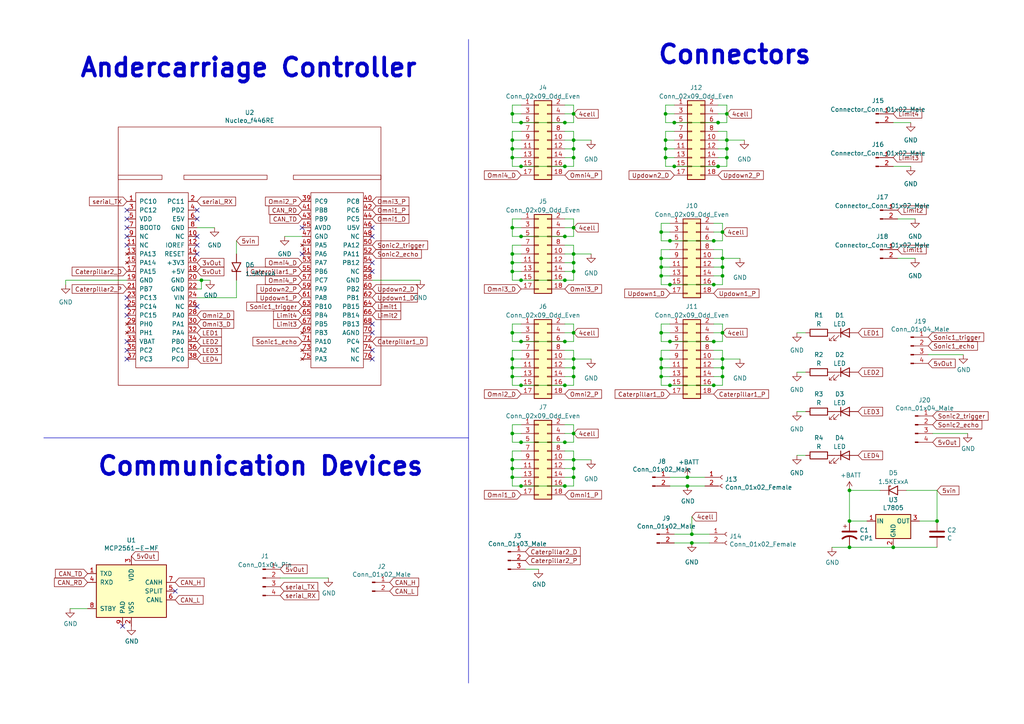
<source format=kicad_sch>
(kicad_sch (version 20230121) (generator eeschema)
  (paper "A4")
  (lib_symbols
    (symbol "2022NHK_Con_lead-rescue:CP1-Device" (pin_numbers hide) (pin_names (offset 0.254) hide)
      (property "Reference" "C" (at 0.635 2.54 0))
      (property "Value" "Device_CP1" (at 0.635 -2.54 0))
      (symbol "CP1-Device_1_1"
        (pin passive line (at 0 3.81 270) (length 2.794) (name "~") (number "1"))
        (pin passive line (at 0 -3.81 90) (length 3.302) (name "~") (number "2"))
      )
    )
    (symbol "2022NHK_Con_lead-rescue:Conn_01x02_Female-Connector" (pin_names (offset 1.016) hide)
      (property "Reference" "J" (at 0 2.54 0))
      (property "Value" "Connector_Conn_01x02_Female" (at 0 -5.08 0))
      (symbol "Conn_01x02_Female-Connector_1_1"
        (pin passive line (at -5.08 0 0) (length 3.81) (name "Pin_1") (number "1"))
        (pin passive line (at -5.08 -2.54 0) (length 3.81) (name "Pin_2") (number "2"))
      )
    )
    (symbol "2022NHK_Con_lead-rescue:Conn_01x02_Male-Connector" (pin_names (offset 1.016) hide)
      (property "Reference" "J" (at 0 2.54 0))
      (property "Value" "Connector_Conn_01x02_Male" (at 0 -5.08 0))
      (symbol "Conn_01x02_Male-Connector_1_1"
        (pin passive line (at 5.08 0 180) (length 3.81) (name "Pin_1") (number "1"))
        (pin passive line (at 5.08 -2.54 180) (length 3.81) (name "Pin_2") (number "2"))
      )
    )
    (symbol "Connector:Conn_01x04_Pin" (pin_names (offset 1.016) hide)
      (property "Reference" "J" (at 0 5.08 0))
      (property "Value" "Conn_01x04_Pin" (at 0 -7.62 0))
      (symbol "Conn_01x04_Pin_1_1"
        (pin passive line (at 5.08 2.54 180) (length 3.81) (name "Pin_1") (number "1"))
        (pin passive line (at 5.08 0 180) (length 3.81) (name "Pin_2") (number "2"))
        (pin passive line (at 5.08 -2.54 180) (length 3.81) (name "Pin_3") (number "3"))
        (pin passive line (at 5.08 -5.08 180) (length 3.81) (name "Pin_4") (number "4"))
      )
    )
    (symbol "Connector_Generic:Conn_02x09_Odd_Even" (pin_names (offset 1.016) hide)
      (property "Reference" "J" (at 1.27 12.7 0))
      (property "Value" "Conn_02x09_Odd_Even" (at 1.27 -12.7 0))
      (symbol "Conn_02x09_Odd_Even_1_1"
        (pin passive line (at -5.08 10.16 0) (length 3.81) (name "Pin_1") (number "1"))
        (pin passive line (at 7.62 0 180) (length 3.81) (name "Pin_10") (number "10"))
        (pin passive line (at -5.08 -2.54 0) (length 3.81) (name "Pin_11") (number "11"))
        (pin passive line (at 7.62 -2.54 180) (length 3.81) (name "Pin_12") (number "12"))
        (pin passive line (at -5.08 -5.08 0) (length 3.81) (name "Pin_13") (number "13"))
        (pin passive line (at 7.62 -5.08 180) (length 3.81) (name "Pin_14") (number "14"))
        (pin passive line (at -5.08 -7.62 0) (length 3.81) (name "Pin_15") (number "15"))
        (pin passive line (at 7.62 -7.62 180) (length 3.81) (name "Pin_16") (number "16"))
        (pin passive line (at -5.08 -10.16 0) (length 3.81) (name "Pin_17") (number "17"))
        (pin passive line (at 7.62 -10.16 180) (length 3.81) (name "Pin_18") (number "18"))
        (pin passive line (at 7.62 10.16 180) (length 3.81) (name "Pin_2") (number "2"))
        (pin passive line (at -5.08 7.62 0) (length 3.81) (name "Pin_3") (number "3"))
        (pin passive line (at 7.62 7.62 180) (length 3.81) (name "Pin_4") (number "4"))
        (pin passive line (at -5.08 5.08 0) (length 3.81) (name "Pin_5") (number "5"))
        (pin passive line (at 7.62 5.08 180) (length 3.81) (name "Pin_6") (number "6"))
        (pin passive line (at -5.08 2.54 0) (length 3.81) (name "Pin_7") (number "7"))
        (pin passive line (at 7.62 2.54 180) (length 3.81) (name "Pin_8") (number "8"))
        (pin passive line (at -5.08 0 0) (length 3.81) (name "Pin_9") (number "9"))
      )
    )
    (symbol "Device:C" (pin_numbers hide) (pin_names (offset 0.254))
      (property "Reference" "C" (at 0.635 2.54 0))
      (property "Value" "C" (at 0.635 -2.54 0))
      (symbol "C_1_1"
        (pin passive line (at 0 3.81 270) (length 2.794) (name "~") (number "1"))
        (pin passive line (at 0 -3.81 90) (length 2.794) (name "~") (number "2"))
      )
    )
    (symbol "Device:LED" (pin_numbers hide) (pin_names (offset 1.016) hide)
      (property "Reference" "D" (at 0 2.54 0))
      (property "Value" "LED" (at 0 -2.54 0))
      (symbol "LED_1_1"
        (pin passive line (at -3.81 0 0) (length 2.54) (name "K") (number "1"))
        (pin passive line (at 3.81 0 180) (length 2.54) (name "A") (number "2"))
      )
    )
    (symbol "Device:R" (pin_numbers hide) (pin_names (offset 0))
      (property "Reference" "R" (at 2.032 0 90))
      (property "Value" "R" (at 0 0 90))
      (symbol "R_1_1"
        (pin passive line (at 0 3.81 270) (length 1.27) (name "~") (number "1"))
        (pin passive line (at 0 -3.81 90) (length 1.27) (name "~") (number "2"))
      )
    )
    (symbol "Diode:1.5KExxA" (pin_numbers hide) (pin_names (offset 1.016) hide)
      (property "Reference" "D" (at 0 2.54 0))
      (property "Value" "1.5KExxA" (at 0 -2.54 0))
      (symbol "1.5KExxA_1_1"
        (pin passive line (at -3.81 0 0) (length 2.54) (name "A1") (number "1"))
        (pin passive line (at 3.81 0 180) (length 2.54) (name "A2") (number "2"))
      )
    )
    (symbol "Interface_CAN_LIN:MCP2561-E-MF" (pin_names (offset 1.016))
      (property "Reference" "U" (at -10.16 8.89 0))
      (property "Value" "MCP2561-E-MF" (at 2.54 8.89 0))
      (symbol "MCP2561-E-MF_1_1"
        (pin input line (at -12.7 5.08 0) (length 2.54) (name "TXD") (number "1"))
        (pin power_in line (at 0 -10.16 90) (length 2.54) (name "VSS") (number "2"))
        (pin power_in line (at 0 10.16 270) (length 2.54) (name "VDD") (number "3"))
        (pin output line (at -12.7 2.54 0) (length 2.54) (name "RXD") (number "4"))
        (pin passive line (at 12.7 0 180) (length 2.54) (name "SPLIT") (number "5"))
        (pin bidirectional line (at 12.7 -2.54 180) (length 2.54) (name "CANL") (number "6"))
        (pin bidirectional line (at 12.7 2.54 180) (length 2.54) (name "CANH") (number "7"))
        (pin input line (at -12.7 -5.08 0) (length 2.54) (name "STBY") (number "8"))
        (pin power_in line (at -2.54 -10.16 90) (length 2.54) (name "PAD") (number "9"))
      )
    )
    (symbol "Regulator_Linear:L7805" (pin_names (offset 0.254))
      (property "Reference" "U" (at -3.81 3.175 0))
      (property "Value" "L7805" (at 0 3.175 0))
      (symbol "L7805_1_1"
        (pin power_in line (at -7.62 0 0) (length 2.54) (name "IN") (number "1"))
        (pin power_in line (at 0 -7.62 90) (length 2.54) (name "GND") (number "2"))
        (pin power_out line (at 7.62 0 180) (length 2.54) (name "OUT") (number "3"))
      )
    )
    (symbol "power:+BATT" (power) (pin_names (offset 0))
      (property "Value" "+BATT" (at 0 3.556 0))
      (symbol "+BATT_1_1"
        (pin power_in line (at 0 0 90) (length 0) hide (name "+BATT") (number "1"))
      )
    )
    (symbol "power:GND" (power) (pin_names (offset 0))
      (property "Value" "GND" (at 0 -3.81 0))
      (symbol "GND_1_1"
        (pin power_in line (at 0 0 270) (length 0) hide (name "GND") (number "1"))
      )
    )
    (symbol "undercarriage_system-rescue:Conn_01x02_Male-Connector" (pin_names (offset 1.016) hide)
      (property "Reference" "J" (at 0 2.54 0))
      (property "Value" "Connector_Conn_01x02_Male" (at 0 -5.08 0))
      (symbol "Conn_01x02_Male-Connector_1_1"
        (pin passive line (at 5.08 0 180) (length 3.81) (name "Pin_1") (number "1"))
        (pin passive line (at 5.08 -2.54 180) (length 3.81) (name "Pin_2") (number "2"))
      )
    )
    (symbol "undercarriage_system-rescue:Conn_01x03_Male-Connector" (pin_names (offset 1.016) hide)
      (property "Reference" "J" (at 0 5.08 0))
      (property "Value" "Connector_Conn_01x03_Male" (at 0 -5.08 0))
      (symbol "Conn_01x03_Male-Connector_1_1"
        (pin passive line (at 5.08 2.54 180) (length 3.81) (name "Pin_1") (number "1"))
        (pin passive line (at 5.08 0 180) (length 3.81) (name "Pin_2") (number "2"))
        (pin passive line (at 5.08 -2.54 180) (length 3.81) (name "Pin_3") (number "3"))
      )
    )
    (symbol "undercarriage_system-rescue:Conn_01x04_Male-Connector" (pin_names (offset 1.016) hide)
      (property "Reference" "J" (at 0 5.08 0))
      (property "Value" "Connector_Conn_01x04_Male" (at 0 -7.62 0))
      (symbol "Conn_01x04_Male-Connector_1_1"
        (pin passive line (at 5.08 2.54 180) (length 3.81) (name "Pin_1") (number "1"))
        (pin passive line (at 5.08 0 180) (length 3.81) (name "Pin_2") (number "2"))
        (pin passive line (at 5.08 -2.54 180) (length 3.81) (name "Pin_3") (number "3"))
        (pin passive line (at 5.08 -5.08 180) (length 3.81) (name "Pin_4") (number "4"))
      )
    )
    (symbol "undercarriage_system-rescue:Nucleo_f446RE-nucleo_f446re" (pin_names (offset 1.016))
      (property "Reference" "U" (at 0 0 0))
      (property "Value" "nucleo_f446re_Nucleo_f446RE" (at 0 0 0))
      (symbol "Nucleo_f446RE-nucleo_f446re_1_1"
        (pin bidirectional line (at -35.56 -22.86 0) (length 2.54) (name "PC10") (number "1"))
        (pin input line (at -15.24 -33.02 180) (length 2.54) (name "NC") (number "10"))
        (pin input line (at -35.56 -35.56 0) (length 2.54) (name "NC") (number "11"))
        (pin input line (at -15.24 -35.56 180) (length 2.54) (name "IOREF") (number "12"))
        (pin no_connect line (at -35.56 -38.1 0) (length 2.54) (name "PA13") (number "13"))
        (pin input line (at -15.24 -38.1 180) (length 2.54) (name "RESET") (number "14"))
        (pin no_connect line (at -35.56 -40.64 0) (length 2.54) (name "PA14") (number "15"))
        (pin input line (at -15.24 -40.64 180) (length 2.54) (name "+3V3") (number "16"))
        (pin input line (at -35.56 -43.18 0) (length 2.54) (name "PA15") (number "17"))
        (pin input line (at -15.24 -43.18 180) (length 2.54) (name "+5V") (number "18"))
        (pin input line (at -35.56 -45.72 0) (length 2.54) (name "GND") (number "19"))
        (pin bidirectional line (at -15.24 -22.86 180) (length 2.54) (name "PC11") (number "2"))
        (pin input line (at -15.24 -45.72 180) (length 2.54) (name "GND") (number "20"))
        (pin input line (at -35.56 -48.26 0) (length 2.54) (name "PB7") (number "21"))
        (pin input line (at -15.24 -48.26 180) (length 2.54) (name "GND") (number "22"))
        (pin input line (at -35.56 -50.8 0) (length 2.54) (name "PC13") (number "23"))
        (pin input line (at -15.24 -50.8 180) (length 2.54) (name "VIN") (number "24"))
        (pin input line (at -35.56 -53.34 0) (length 2.54) (name "PC14") (number "25"))
        (pin input line (at -15.24 -53.34 180) (length 2.54) (name "NC") (number "26"))
        (pin input line (at -35.56 -55.88 0) (length 2.54) (name "PC15") (number "27"))
        (pin input line (at -15.24 -55.88 180) (length 2.54) (name "PA0") (number "28"))
        (pin no_connect line (at -35.56 -58.42 0) (length 2.54) (name "PH0") (number "29"))
        (pin input line (at -35.56 -25.4 0) (length 2.54) (name "PC12") (number "3"))
        (pin input line (at -15.24 -58.42 180) (length 2.54) (name "PA1") (number "30"))
        (pin no_connect line (at -35.56 -60.96 0) (length 2.54) (name "PH1") (number "31"))
        (pin input line (at -15.24 -60.96 180) (length 2.54) (name "PA4") (number "32"))
        (pin input line (at -35.56 -63.5 0) (length 2.54) (name "VBAT") (number "33"))
        (pin input line (at -15.24 -63.5 180) (length 2.54) (name "PB0") (number "34"))
        (pin input line (at -35.56 -66.04 0) (length 2.54) (name "PC2") (number "35"))
        (pin input line (at -15.24 -66.04 180) (length 2.54) (name "PC1") (number "36"))
        (pin input line (at -35.56 -68.58 0) (length 2.54) (name "PC3") (number "37"))
        (pin input line (at -15.24 -68.58 180) (length 2.54) (name "PC0") (number "38"))
        (pin input line (at 15.24 -22.86 0) (length 2.54) (name "PC9") (number "39"))
        (pin input line (at -15.24 -25.4 180) (length 2.54) (name "PD2") (number "4"))
        (pin input line (at 35.56 -22.86 180) (length 2.54) (name "PC8") (number "40"))
        (pin input line (at 15.24 -25.4 0) (length 2.54) (name "PB8") (number "41"))
        (pin input line (at 35.56 -25.4 180) (length 2.54) (name "PC6") (number "42"))
        (pin input line (at 15.24 -27.94 0) (length 2.54) (name "PB9") (number "43"))
        (pin input line (at 35.56 -27.94 180) (length 2.54) (name "PC5") (number "44"))
        (pin input line (at 15.24 -30.48 0) (length 2.54) (name "AVDD") (number "45"))
        (pin input line (at 35.56 -30.48 180) (length 2.54) (name "U5V") (number "46"))
        (pin input line (at 15.24 -33.02 0) (length 2.54) (name "GND") (number "47"))
        (pin input line (at 35.56 -33.02 180) (length 2.54) (name "NC") (number "48"))
        (pin no_connect line (at 15.24 -35.56 0) (length 2.54) (name "PA5") (number "49"))
        (pin input line (at -35.56 -27.94 0) (length 2.54) (name "VDD") (number "5"))
        (pin input line (at 35.56 -35.56 180) (length 2.54) (name "PA12") (number "50"))
        (pin input line (at 15.24 -38.1 0) (length 2.54) (name "PA6") (number "51"))
        (pin input line (at 35.56 -38.1 180) (length 2.54) (name "PA11") (number "52"))
        (pin input line (at 15.24 -40.64 0) (length 2.54) (name "PA7") (number "53"))
        (pin input line (at 35.56 -40.64 180) (length 2.54) (name "PB12") (number "54"))
        (pin input line (at 15.24 -43.18 0) (length 2.54) (name "PB6") (number "55"))
        (pin input line (at 35.56 -43.18 180) (length 2.54) (name "NC") (number "56"))
        (pin input line (at 15.24 -45.72 0) (length 2.54) (name "PC7") (number "57"))
        (pin input line (at 35.56 -45.72 180) (length 2.54) (name "GND") (number "58"))
        (pin input line (at 15.24 -48.26 0) (length 2.54) (name "PA9") (number "59"))
        (pin input line (at -15.24 -27.94 180) (length 2.54) (name "E5V") (number "6"))
        (pin input line (at 35.56 -48.26 180) (length 2.54) (name "PB2") (number "60"))
        (pin input line (at 15.24 -50.8 0) (length 2.54) (name "PA8") (number "61"))
        (pin input line (at 35.56 -50.8 180) (length 2.54) (name "PB1") (number "62"))
        (pin input line (at 15.24 -53.34 0) (length 2.54) (name "PB10") (number "63"))
        (pin input line (at 35.56 -53.34 180) (length 2.54) (name "PB15") (number "64"))
        (pin input line (at 15.24 -55.88 0) (length 2.54) (name "PB4") (number "65"))
        (pin input line (at 35.56 -55.88 180) (length 2.54) (name "PB14") (number "66"))
        (pin input line (at 15.24 -58.42 0) (length 2.54) (name "PB5") (number "67"))
        (pin input line (at 35.56 -58.42 180) (length 2.54) (name "PB13") (number "68"))
        (pin no_connect line (at 15.24 -60.96 0) (length 2.54) (name "PB3") (number "69"))
        (pin input line (at -35.56 -30.48 0) (length 2.54) (name "BOOT0") (number "7"))
        (pin input line (at 35.56 -60.96 180) (length 2.54) (name "AGND") (number "70"))
        (pin input line (at 15.24 -63.5 0) (length 2.54) (name "PA10") (number "71"))
        (pin input line (at 35.56 -63.5 180) (length 2.54) (name "PC4") (number "72"))
        (pin no_connect line (at 15.24 -66.04 0) (length 2.54) (name "PA2") (number "73"))
        (pin input line (at 35.56 -66.04 180) (length 2.54) (name "NC") (number "74"))
        (pin no_connect line (at 15.24 -68.58 0) (length 2.54) (name "PA3") (number "75"))
        (pin input line (at 35.56 -68.58 180) (length 2.54) (name "NC") (number "76"))
        (pin input line (at -15.24 -30.48 180) (length 2.54) (name "GND") (number "8"))
        (pin input line (at -35.56 -33.02 0) (length 2.54) (name "NC") (number "9"))
      )
    )
  )
  (junction (at 151.13 140.97))
  (junction (at 148.59 125.73))
  (junction (at 209.55 67.31))
  (junction (at 148.59 109.22))
  (junction (at 209.55 106.68))
  (junction (at 148.59 73.66))
  (junction (at 166.37 109.22))
  (junction (at 191.77 67.31))
  (junction (at 166.37 66.04))
  (junction (at 148.59 133.35))
  (junction (at 163.83 111.76))
  (junction (at 166.37 133.35))
  (junction (at 166.37 76.2))
  (junction (at 207.01 82.55))
  (junction (at 193.04 43.18))
  (junction (at 148.59 138.43))
  (junction (at 208.28 48.26))
  (junction (at 151.13 111.76))
  (junction (at 148.59 33.02))
  (junction (at 163.83 140.97))
  (junction (at 207.01 99.06))
  (junction (at 191.77 77.47))
  (junction (at 191.77 74.93))
  (junction (at 151.13 35.56))
  (junction (at 148.59 43.18))
  (junction (at 207.01 111.76))
  (junction (at 151.13 128.27))
  (junction (at 194.31 99.06))
  (junction (at 210.82 45.72))
  (junction (at 210.82 33.02))
  (junction (at 163.83 68.58))
  (junction (at 166.37 125.73))
  (junction (at 163.83 35.56))
  (junction (at 246.38 158.75))
  (junction (at 151.13 68.58))
  (junction (at 209.55 80.01))
  (junction (at 166.37 104.14))
  (junction (at 58.42 81.28))
  (junction (at 166.37 33.02))
  (junction (at 193.04 40.64))
  (junction (at 194.31 111.76))
  (junction (at 210.82 43.18))
  (junction (at 246.38 142.24))
  (junction (at 151.13 81.28))
  (junction (at 148.59 104.14))
  (junction (at 148.59 135.89))
  (junction (at 209.55 74.93))
  (junction (at 148.59 76.2))
  (junction (at 166.37 78.74))
  (junction (at 259.08 158.75))
  (junction (at 166.37 96.52))
  (junction (at 191.77 104.14))
  (junction (at 148.59 40.64))
  (junction (at 209.55 104.14))
  (junction (at 163.83 99.06))
  (junction (at 166.37 43.18))
  (junction (at 148.59 106.68))
  (junction (at 148.59 66.04))
  (junction (at 193.04 45.72))
  (junction (at 194.31 69.85))
  (junction (at 193.04 33.02))
  (junction (at 163.83 48.26))
  (junction (at 200.66 154.94))
  (junction (at 166.37 40.64))
  (junction (at 148.59 45.72))
  (junction (at 209.55 109.22))
  (junction (at 210.82 40.64))
  (junction (at 207.01 69.85))
  (junction (at 148.59 96.52))
  (junction (at 151.13 48.26))
  (junction (at 148.59 78.74))
  (junction (at 163.83 128.27))
  (junction (at 200.66 157.48))
  (junction (at 191.77 80.01))
  (junction (at 166.37 106.68))
  (junction (at 166.37 138.43))
  (junction (at 208.28 35.56))
  (junction (at 271.78 151.13))
  (junction (at 191.77 109.22))
  (junction (at 199.39 138.43))
  (junction (at 195.58 48.26))
  (junction (at 195.58 35.56))
  (junction (at 194.31 82.55))
  (junction (at 246.38 151.13))
  (junction (at 191.77 96.52))
  (junction (at 209.55 96.52))
  (junction (at 166.37 45.72))
  (junction (at 191.77 106.68))
  (junction (at 166.37 135.89))
  (junction (at 163.83 81.28))
  (junction (at 209.55 77.47))
  (junction (at 166.37 73.66))
  (junction (at 199.39 140.97))
  (junction (at 151.13 99.06))
  (no_connect (at 36.83 68.58))
  (no_connect (at 36.83 63.5))
  (no_connect (at 107.95 104.14))
  (no_connect (at 50.8 171.45))
  (no_connect (at 107.95 68.58))
  (no_connect (at 57.15 71.12))
  (no_connect (at 57.15 60.96))
  (no_connect (at 107.95 76.2))
  (no_connect (at 107.95 96.52))
  (no_connect (at 36.83 86.36))
  (no_connect (at 36.83 91.44))
  (no_connect (at 87.63 66.04))
  (no_connect (at 36.83 66.04))
  (no_connect (at 36.83 101.6))
  (no_connect (at 36.83 88.9))
  (no_connect (at 35.56 181.61))
  (no_connect (at 107.95 93.98))
  (no_connect (at 107.95 78.74))
  (no_connect (at 57.15 68.58))
  (no_connect (at 36.83 71.12))
  (no_connect (at 36.83 104.14))
  (no_connect (at 107.95 66.04))
  (no_connect (at 57.15 63.5))
  (no_connect (at 36.83 60.96))
  (no_connect (at 57.15 73.66))
  (no_connect (at 36.83 99.06))
  (no_connect (at 107.95 101.6))
  (no_connect (at 87.63 73.66))
  (no_connect (at 57.15 88.9))
  (wire (pts (xy 163.83 104.14) (xy 166.37 104.14)))
  (wire (pts (xy 57.15 86.36) (xy 68.58 86.36)))
  (wire (pts (xy 148.59 63.5) (xy 148.59 66.04)))
  (wire (pts (xy 209.55 74.93) (xy 214.63 74.93)))
  (wire (pts (xy 151.13 93.98) (xy 148.59 93.98)))
  (wire (pts (xy 151.13 48.26) (xy 163.83 48.26)))
  (wire (pts (xy 152.4 165.1) (xy 156.21 165.1)))
  (wire (pts (xy 148.59 40.64) (xy 151.13 40.64)))
  (wire (pts (xy 199.39 140.97) (xy 194.31 140.97)))
  (wire (pts (xy 166.37 76.2) (xy 166.37 73.66)))
  (wire (pts (xy 166.37 78.74) (xy 166.37 76.2)))
  (wire (pts (xy 193.04 43.18) (xy 195.58 43.18)))
  (wire (pts (xy 207.01 74.93) (xy 209.55 74.93)))
  (wire (pts (xy 209.55 82.55) (xy 209.55 80.01)))
  (wire (pts (xy 200.66 149.86) (xy 200.66 154.94)))
  (wire (pts (xy 148.59 43.18) (xy 148.59 45.72)))
  (wire (pts (xy 166.37 111.76) (xy 166.37 109.22)))
  (wire (pts (xy 166.37 140.97) (xy 166.37 138.43)))
  (wire (pts (xy 191.77 93.98) (xy 191.77 96.52)))
  (wire (pts (xy 151.13 71.12) (xy 148.59 71.12)))
  (wire (pts (xy 36.83 81.28) (xy 19.05 81.28)))
  (wire (pts (xy 151.13 128.27) (xy 163.83 128.27)))
  (wire (pts (xy 191.77 109.22) (xy 194.31 109.22)))
  (wire (pts (xy 191.77 69.85) (xy 194.31 69.85)))
  (wire (pts (xy 209.55 106.68) (xy 209.55 104.14)))
  (wire (pts (xy 148.59 96.52) (xy 148.59 99.06)))
  (wire (pts (xy 68.58 69.85) (xy 68.58 73.66)))
  (wire (pts (xy 210.82 43.18) (xy 210.82 40.64)))
  (wire (pts (xy 191.77 64.77) (xy 191.77 67.31)))
  (wire (pts (xy 209.55 104.14) (xy 214.63 104.14)))
  (wire (pts (xy 191.77 96.52) (xy 194.31 96.52)))
  (wire (pts (xy 231.14 119.38) (xy 233.68 119.38)))
  (wire (pts (xy 148.59 68.58) (xy 151.13 68.58)))
  (wire (pts (xy 166.37 93.98) (xy 166.37 96.52)))
  (wire (pts (xy 148.59 73.66) (xy 151.13 73.66)))
  (wire (pts (xy 210.82 33.02) (xy 210.82 35.56)))
  (wire (pts (xy 166.37 73.66) (xy 171.45 73.66)))
  (wire (pts (xy 195.58 154.94) (xy 200.66 154.94)))
  (wire (pts (xy 208.28 35.56) (xy 210.82 35.56)))
  (wire (pts (xy 148.59 123.19) (xy 148.59 125.73)))
  (wire (pts (xy 151.13 99.06) (xy 163.83 99.06)))
  (wire (pts (xy 163.83 76.2) (xy 166.37 76.2)))
  (wire (pts (xy 151.13 68.58) (xy 163.83 68.58)))
  (wire (pts (xy 163.83 35.56) (xy 166.37 35.56)))
  (wire (pts (xy 148.59 104.14) (xy 151.13 104.14)))
  (wire (pts (xy 148.59 33.02) (xy 151.13 33.02)))
  (wire (pts (xy 191.77 77.47) (xy 194.31 77.47)))
  (wire (pts (xy 193.04 48.26) (xy 195.58 48.26)))
  (wire (pts (xy 58.42 81.28) (xy 60.96 81.28)))
  (wire (pts (xy 193.04 30.48) (xy 193.04 33.02)))
  (wire (pts (xy 209.55 77.47) (xy 209.55 74.93)))
  (wire (pts (xy 148.59 133.35) (xy 148.59 135.89)))
  (wire (pts (xy 207.01 93.98) (xy 209.55 93.98)))
  (wire (pts (xy 148.59 48.26) (xy 151.13 48.26)))
  (wire (pts (xy 194.31 99.06) (xy 207.01 99.06)))
  (wire (pts (xy 163.83 73.66) (xy 166.37 73.66)))
  (wire (pts (xy 148.59 99.06) (xy 151.13 99.06)))
  (wire (pts (xy 209.55 74.93) (xy 209.55 72.39)))
  (wire (pts (xy 166.37 106.68) (xy 166.37 104.14)))
  (wire (pts (xy 68.58 81.28) (xy 68.58 86.36)))
  (wire (pts (xy 151.13 101.6) (xy 148.59 101.6)))
  (wire (pts (xy 199.39 138.43) (xy 204.47 138.43)))
  (wire (pts (xy 57.15 81.28) (xy 58.42 81.28)))
  (wire (pts (xy 191.77 82.55) (xy 194.31 82.55)))
  (wire (pts (xy 209.55 64.77) (xy 209.55 67.31)))
  (wire (pts (xy 148.59 40.64) (xy 148.59 43.18)))
  (wire (pts (xy 151.13 123.19) (xy 148.59 123.19)))
  (wire (pts (xy 191.77 96.52) (xy 191.77 99.06)))
  (wire (pts (xy 166.37 104.14) (xy 166.37 101.6)))
  (wire (pts (xy 163.83 33.02) (xy 166.37 33.02)))
  (wire (pts (xy 166.37 101.6) (xy 163.83 101.6)))
  (polyline (pts (xy 12.7 127) (xy 135.89 127)))
  (wire (pts (xy 25.4 176.53) (xy 20.32 176.53)))
  (wire (pts (xy 195.58 30.48) (xy 193.04 30.48)))
  (wire (pts (xy 151.13 38.1) (xy 148.59 38.1)))
  (wire (pts (xy 166.37 135.89) (xy 166.37 133.35)))
  (wire (pts (xy 81.28 167.64) (xy 95.25 167.64)))
  (wire (pts (xy 148.59 96.52) (xy 151.13 96.52)))
  (wire (pts (xy 260.35 74.93) (xy 265.43 74.93)))
  (wire (pts (xy 166.37 66.04) (xy 166.37 68.58)))
  (wire (pts (xy 207.01 69.85) (xy 209.55 69.85)))
  (wire (pts (xy 166.37 125.73) (xy 166.37 128.27)))
  (wire (pts (xy 163.83 123.19) (xy 166.37 123.19)))
  (wire (pts (xy 191.77 104.14) (xy 191.77 106.68)))
  (wire (pts (xy 207.01 82.55) (xy 209.55 82.55)))
  (wire (pts (xy 259.08 35.56) (xy 264.16 35.56)))
  (wire (pts (xy 209.55 111.76) (xy 209.55 109.22)))
  (wire (pts (xy 57.15 66.04) (xy 62.23 66.04)))
  (wire (pts (xy 166.37 43.18) (xy 166.37 40.64)))
  (wire (pts (xy 163.83 63.5) (xy 166.37 63.5)))
  (wire (pts (xy 148.59 35.56) (xy 151.13 35.56)))
  (wire (pts (xy 191.77 67.31) (xy 194.31 67.31)))
  (wire (pts (xy 241.3 158.75) (xy 246.38 158.75)))
  (wire (pts (xy 194.31 72.39) (xy 191.77 72.39)))
  (wire (pts (xy 163.83 40.64) (xy 166.37 40.64)))
  (wire (pts (xy 193.04 45.72) (xy 193.04 48.26)))
  (wire (pts (xy 209.55 93.98) (xy 209.55 96.52)))
  (wire (pts (xy 246.38 142.24) (xy 255.27 142.24)))
  (wire (pts (xy 148.59 45.72) (xy 148.59 48.26)))
  (wire (pts (xy 163.83 66.04) (xy 166.37 66.04)))
  (wire (pts (xy 209.55 101.6) (xy 207.01 101.6)))
  (wire (pts (xy 269.24 102.87) (xy 279.4 102.87)))
  (wire (pts (xy 163.83 111.76) (xy 166.37 111.76)))
  (wire (pts (xy 166.37 30.48) (xy 166.37 33.02)))
  (wire (pts (xy 166.37 73.66) (xy 166.37 71.12)))
  (wire (pts (xy 210.82 38.1) (xy 208.28 38.1)))
  (wire (pts (xy 195.58 157.48) (xy 200.66 157.48)))
  (wire (pts (xy 207.01 111.76) (xy 209.55 111.76)))
  (wire (pts (xy 246.38 142.24) (xy 246.38 151.13)))
  (wire (pts (xy 204.47 140.97) (xy 199.39 140.97)))
  (wire (pts (xy 193.04 40.64) (xy 195.58 40.64)))
  (wire (pts (xy 208.28 43.18) (xy 210.82 43.18)))
  (wire (pts (xy 210.82 48.26) (xy 210.82 45.72)))
  (wire (pts (xy 163.83 99.06) (xy 166.37 99.06)))
  (wire (pts (xy 207.01 106.68) (xy 209.55 106.68)))
  (wire (pts (xy 163.83 78.74) (xy 166.37 78.74)))
  (wire (pts (xy 148.59 133.35) (xy 151.13 133.35)))
  (wire (pts (xy 163.83 68.58) (xy 166.37 68.58)))
  (wire (pts (xy 191.77 99.06) (xy 194.31 99.06)))
  (wire (pts (xy 191.77 74.93) (xy 194.31 74.93)))
  (wire (pts (xy 166.37 40.64) (xy 171.45 40.64)))
  (wire (pts (xy 207.01 64.77) (xy 209.55 64.77)))
  (wire (pts (xy 163.83 125.73) (xy 166.37 125.73)))
  (wire (pts (xy 148.59 138.43) (xy 148.59 140.97)))
  (wire (pts (xy 207.01 67.31) (xy 209.55 67.31)))
  (wire (pts (xy 208.28 48.26) (xy 210.82 48.26)))
  (wire (pts (xy 151.13 81.28) (xy 163.83 81.28)))
  (wire (pts (xy 148.59 128.27) (xy 151.13 128.27)))
  (wire (pts (xy 148.59 73.66) (xy 148.59 76.2)))
  (wire (pts (xy 191.77 111.76) (xy 194.31 111.76)))
  (wire (pts (xy 148.59 140.97) (xy 151.13 140.97)))
  (wire (pts (xy 166.37 48.26) (xy 166.37 45.72)))
  (wire (pts (xy 148.59 71.12) (xy 148.59 73.66)))
  (wire (pts (xy 148.59 78.74) (xy 151.13 78.74)))
  (wire (pts (xy 163.83 133.35) (xy 166.37 133.35)))
  (wire (pts (xy 166.37 133.35) (xy 171.45 133.35)))
  (wire (pts (xy 151.13 140.97) (xy 163.83 140.97)))
  (wire (pts (xy 163.83 93.98) (xy 166.37 93.98)))
  (wire (pts (xy 231.14 132.08) (xy 233.68 132.08)))
  (wire (pts (xy 151.13 130.81) (xy 148.59 130.81)))
  (wire (pts (xy 148.59 33.02) (xy 148.59 35.56)))
  (wire (pts (xy 148.59 66.04) (xy 151.13 66.04)))
  (wire (pts (xy 163.83 30.48) (xy 166.37 30.48)))
  (wire (pts (xy 209.55 96.52) (xy 209.55 99.06)))
  (wire (pts (xy 151.13 30.48) (xy 148.59 30.48)))
  (wire (pts (xy 209.55 109.22) (xy 209.55 106.68)))
  (wire (pts (xy 207.01 109.22) (xy 209.55 109.22)))
  (wire (pts (xy 148.59 101.6) (xy 148.59 104.14)))
  (wire (pts (xy 148.59 125.73) (xy 148.59 128.27)))
  (wire (pts (xy 207.01 96.52) (xy 209.55 96.52)))
  (wire (pts (xy 166.37 45.72) (xy 166.37 43.18)))
  (wire (pts (xy 148.59 66.04) (xy 148.59 68.58)))
  (wire (pts (xy 166.37 63.5) (xy 166.37 66.04)))
  (wire (pts (xy 194.31 64.77) (xy 191.77 64.77)))
  (wire (pts (xy 163.83 81.28) (xy 166.37 81.28)))
  (wire (pts (xy 151.13 63.5) (xy 148.59 63.5)))
  (wire (pts (xy 148.59 135.89) (xy 151.13 135.89)))
  (wire (pts (xy 148.59 81.28) (xy 151.13 81.28)))
  (wire (pts (xy 194.31 93.98) (xy 191.77 93.98)))
  (wire (pts (xy 191.77 74.93) (xy 191.77 77.47)))
  (wire (pts (xy 208.28 33.02) (xy 210.82 33.02)))
  (wire (pts (xy 166.37 109.22) (xy 166.37 106.68)))
  (wire (pts (xy 166.37 40.64) (xy 166.37 38.1)))
  (wire (pts (xy 194.31 69.85) (xy 207.01 69.85)))
  (wire (pts (xy 271.78 142.24) (xy 271.78 151.13)))
  (wire (pts (xy 231.14 96.52) (xy 233.68 96.52)))
  (wire (pts (xy 148.59 130.81) (xy 148.59 133.35)))
  (wire (pts (xy 148.59 106.68) (xy 148.59 109.22)))
  (wire (pts (xy 163.83 106.68) (xy 166.37 106.68)))
  (wire (pts (xy 195.58 38.1) (xy 193.04 38.1)))
  (wire (pts (xy 210.82 30.48) (xy 210.82 33.02)))
  (wire (pts (xy 148.59 30.48) (xy 148.59 33.02)))
  (polyline (pts (xy 135.89 11.43) (xy 135.89 198.12)))
  (wire (pts (xy 193.04 33.02) (xy 193.04 35.56)))
  (wire (pts (xy 148.59 109.22) (xy 151.13 109.22)))
  (wire (pts (xy 163.83 128.27) (xy 166.37 128.27)))
  (wire (pts (xy 148.59 109.22) (xy 148.59 111.76)))
  (wire (pts (xy 193.04 43.18) (xy 193.04 45.72)))
  (wire (pts (xy 209.55 67.31) (xy 209.55 69.85)))
  (wire (pts (xy 163.83 109.22) (xy 166.37 109.22)))
  (wire (pts (xy 208.28 45.72) (xy 210.82 45.72)))
  (wire (pts (xy 207.01 80.01) (xy 209.55 80.01)))
  (wire (pts (xy 166.37 71.12) (xy 163.83 71.12)))
  (wire (pts (xy 163.83 96.52) (xy 166.37 96.52)))
  (wire (pts (xy 246.38 158.75) (xy 259.08 158.75)))
  (wire (pts (xy 194.31 111.76) (xy 207.01 111.76)))
  (wire (pts (xy 191.77 104.14) (xy 194.31 104.14)))
  (wire (pts (xy 166.37 133.35) (xy 166.37 130.81)))
  (wire (pts (xy 148.59 138.43) (xy 151.13 138.43)))
  (wire (pts (xy 166.37 33.02) (xy 166.37 35.56)))
  (wire (pts (xy 58.42 83.82) (xy 58.42 81.28)))
  (wire (pts (xy 148.59 93.98) (xy 148.59 96.52)))
  (wire (pts (xy 191.77 106.68) (xy 191.77 109.22)))
  (wire (pts (xy 148.59 38.1) (xy 148.59 40.64)))
  (wire (pts (xy 266.7 151.13) (xy 271.78 151.13)))
  (wire (pts (xy 166.37 123.19) (xy 166.37 125.73)))
  (wire (pts (xy 191.77 101.6) (xy 191.77 104.14)))
  (wire (pts (xy 19.05 81.28) (xy 19.05 82.55)))
  (wire (pts (xy 210.82 45.72) (xy 210.82 43.18)))
  (wire (pts (xy 191.77 72.39) (xy 191.77 74.93)))
  (wire (pts (xy 163.83 138.43) (xy 166.37 138.43)))
  (wire (pts (xy 259.08 158.75) (xy 271.78 158.75)))
  (wire (pts (xy 163.83 140.97) (xy 166.37 140.97)))
  (wire (pts (xy 57.15 83.82) (xy 58.42 83.82)))
  (wire (pts (xy 193.04 45.72) (xy 195.58 45.72)))
  (wire (pts (xy 82.55 68.58) (xy 87.63 68.58)))
  (wire (pts (xy 166.37 38.1) (xy 163.83 38.1)))
  (wire (pts (xy 193.04 35.56) (xy 195.58 35.56)))
  (wire (pts (xy 148.59 106.68) (xy 151.13 106.68)))
  (wire (pts (xy 209.55 80.01) (xy 209.55 77.47)))
  (wire (pts (xy 207.01 104.14) (xy 209.55 104.14)))
  (wire (pts (xy 199.39 138.43) (xy 194.31 138.43)))
  (wire (pts (xy 262.89 142.24) (xy 271.78 142.24)))
  (wire (pts (xy 163.83 135.89) (xy 166.37 135.89)))
  (wire (pts (xy 151.13 111.76) (xy 163.83 111.76)))
  (wire (pts (xy 191.77 80.01) (xy 194.31 80.01)))
  (wire (pts (xy 166.37 104.14) (xy 171.45 104.14)))
  (wire (pts (xy 148.59 78.74) (xy 148.59 81.28)))
  (wire (pts (xy 191.77 109.22) (xy 191.77 111.76)))
  (wire (pts (xy 151.13 35.56) (xy 163.83 35.56)))
  (wire (pts (xy 163.83 45.72) (xy 166.37 45.72)))
  (wire (pts (xy 166.37 130.81) (xy 163.83 130.81)))
  (wire (pts (xy 260.35 63.5) (xy 265.43 63.5)))
  (wire (pts (xy 107.95 81.28) (xy 121.92 81.28)))
  (wire (pts (xy 166.37 81.28) (xy 166.37 78.74)))
  (wire (pts (xy 208.28 40.64) (xy 210.82 40.64)))
  (wire (pts (xy 191.77 80.01) (xy 191.77 82.55)))
  (wire (pts (xy 195.58 48.26) (xy 208.28 48.26)))
  (wire (pts (xy 148.59 43.18) (xy 151.13 43.18)))
  (wire (pts (xy 166.37 96.52) (xy 166.37 99.06)))
  (wire (pts (xy 148.59 104.14) (xy 148.59 106.68)))
  (wire (pts (xy 208.28 30.48) (xy 210.82 30.48)))
  (wire (pts (xy 210.82 40.64) (xy 215.9 40.64)))
  (wire (pts (xy 148.59 125.73) (xy 151.13 125.73)))
  (wire (pts (xy 163.83 43.18) (xy 166.37 43.18)))
  (wire (pts (xy 246.38 151.13) (xy 251.46 151.13)))
  (wire (pts (xy 195.58 35.56) (xy 208.28 35.56)))
  (wire (pts (xy 207.01 77.47) (xy 209.55 77.47)))
  (wire (pts (xy 270.51 125.73) (xy 280.67 125.73)))
  (wire (pts (xy 259.08 48.26) (xy 264.16 48.26)))
  (wire (pts (xy 193.04 33.02) (xy 195.58 33.02)))
  (wire (pts (xy 166.37 138.43) (xy 166.37 135.89)))
  (wire (pts (xy 193.04 40.64) (xy 193.04 43.18)))
  (wire (pts (xy 191.77 77.47) (xy 191.77 80.01)))
  (wire (pts (xy 148.59 76.2) (xy 148.59 78.74)))
  (wire (pts (xy 194.31 82.55) (xy 207.01 82.55)))
  (wire (pts (xy 148.59 135.89) (xy 148.59 138.43)))
  (wire (pts (xy 231.14 107.95) (xy 233.68 107.95)))
  (wire (pts (xy 200.66 154.94) (xy 205.74 154.94)))
  (wire (pts (xy 209.55 104.14) (xy 209.55 101.6)))
  (wire (pts (xy 200.66 157.48) (xy 205.74 157.48)))
  (wire (pts (xy 209.55 72.39) (xy 207.01 72.39)))
  (wire (pts (xy 148.59 111.76) (xy 151.13 111.76)))
  (wire (pts (xy 191.77 106.68) (xy 194.31 106.68)))
  (wire (pts (xy 210.82 40.64) (xy 210.82 38.1)))
  (wire (pts (xy 163.83 48.26) (xy 166.37 48.26)))
  (wire (pts (xy 148.59 45.72) (xy 151.13 45.72)))
  (wire (pts (xy 194.31 101.6) (xy 191.77 101.6)))
  (wire (pts (xy 207.01 99.06) (xy 209.55 99.06)))
  (wire (pts (xy 148.59 76.2) (xy 151.13 76.2)))
  (wire (pts (xy 193.04 38.1) (xy 193.04 40.64)))
  (wire (pts (xy 191.77 67.31) (xy 191.77 69.85)))
  (text "Connectors" (at 190.5 19.05 0) (effects (font (size 5.2578 5.2578) (thickness 1.0516) bold) (justify left bottom)))
  (text "Communication Devices" (at 27.94 138.43 0) (effects (font (size 5.2578 5.2578) (thickness 1.0516) bold) (justify left bottom)))
  (text "Andercarriage Controller" (at 22.86 22.86 0) (effects (font (size 5.2578 5.2578) (thickness 1.0516) bold) (justify left bottom)))
  (global_label "Omni2_D" (shape input) (at 151.13 114.3 180) (property "Intersheetrefs" "${INTERSHEET_REFS}" (effects hide)))
  (global_label "5vin" (shape input) (at 68.58 69.85 0) (property "Intersheetrefs" "${INTERSHEET_REFS}" (effects hide)))
  (global_label "Limit2" (shape input) (at 260.35 60.96 0) (property "Intersheetrefs" "${INTERSHEET_REFS}" (effects hide)))
  (global_label "serial_RX" (shape input) (at 57.15 58.42 0) (property "Intersheetrefs" "${INTERSHEET_REFS}" (effects hide)))
  (global_label "LED2" (shape input) (at 57.15 99.06 0) (property "Intersheetrefs" "${INTERSHEET_REFS}" (effects hide)))
  (global_label "Caterpillar1_P" (shape input) (at 87.63 78.74 180) (property "Intersheetrefs" "${INTERSHEET_REFS}" (effects hide)))
  (global_label "CAN_RD" (shape input) (at 87.63 60.96 180) (property "Intersheetrefs" "${INTERSHEET_REFS}" (effects hide)))
  (global_label "Updown2_P" (shape input) (at 87.63 83.82 180) (property "Intersheetrefs" "${INTERSHEET_REFS}" (effects hide)))
  (global_label "Limit2" (shape input) (at 107.95 91.44 0) (property "Intersheetrefs" "${INTERSHEET_REFS}" (effects hide)))
  (global_label "Updown1_P" (shape input) (at 87.63 86.36 180) (property "Intersheetrefs" "${INTERSHEET_REFS}" (effects hide)))
  (global_label "Sonic1_trigger" (shape input) (at 87.63 88.9 180) (property "Intersheetrefs" "${INTERSHEET_REFS}" (effects hide)))
  (global_label "Omni2_D" (shape input) (at 57.15 91.44 0) (property "Intersheetrefs" "${INTERSHEET_REFS}" (effects hide)))
  (global_label "Updown1_P" (shape input) (at 207.01 85.09 0) (property "Intersheetrefs" "${INTERSHEET_REFS}" (effects hide)))
  (global_label "Sonic2_echo" (shape input) (at 107.95 73.66 0) (property "Intersheetrefs" "${INTERSHEET_REFS}" (effects hide)))
  (global_label "Caterpillar2_D" (shape input) (at 152.4 160.02 0) (property "Intersheetrefs" "${INTERSHEET_REFS}" (effects hide)))
  (global_label "Limit1" (shape input) (at 260.35 72.39 0) (property "Intersheetrefs" "${INTERSHEET_REFS}" (effects hide)))
  (global_label "Omni4_D" (shape input) (at 151.13 50.8 180) (property "Intersheetrefs" "${INTERSHEET_REFS}" (effects hide)))
  (global_label "serial_TX" (shape input) (at 81.28 170.18 0) (property "Intersheetrefs" "${INTERSHEET_REFS}" (effects hide)))
  (global_label "Caterpillar2_P" (shape input) (at 152.4 162.56 0) (property "Intersheetrefs" "${INTERSHEET_REFS}" (effects hide)))
  (global_label "Omni2_P" (shape input) (at 163.83 114.3 0) (property "Intersheetrefs" "${INTERSHEET_REFS}" (effects hide)))
  (global_label "Caterpillar2_D" (shape input) (at 36.83 78.74 180) (property "Intersheetrefs" "${INTERSHEET_REFS}" (effects hide)))
  (global_label "Omni3_D" (shape input) (at 151.13 83.82 180) (property "Intersheetrefs" "${INTERSHEET_REFS}" (effects hide)))
  (global_label "CAN_RD" (shape input) (at 25.4 168.91 180) (property "Intersheetrefs" "${INTERSHEET_REFS}" (effects hide)))
  (global_label "Omni3_P" (shape input) (at 107.95 58.42 0) (property "Intersheetrefs" "${INTERSHEET_REFS}" (effects hide)))
  (global_label "5vOut" (shape input) (at 38.1 161.29 0) (property "Intersheetrefs" "${INTERSHEET_REFS}" (effects hide)))
  (global_label "4cell" (shape input) (at 209.55 67.31 0) (property "Intersheetrefs" "${INTERSHEET_REFS}" (effects hide)))
  (global_label "Limit1" (shape input) (at 107.95 88.9 0) (property "Intersheetrefs" "${INTERSHEET_REFS}" (effects hide)))
  (global_label "Caterpillar1_P" (shape input) (at 207.01 114.3 0) (property "Intersheetrefs" "${INTERSHEET_REFS}" (effects hide)))
  (global_label "4cell" (shape input) (at 166.37 33.02 0) (property "Intersheetrefs" "${INTERSHEET_REFS}" (effects hide)))
  (global_label "Updown1_D" (shape input) (at 194.31 85.09 180) (property "Intersheetrefs" "${INTERSHEET_REFS}" (effects hide)))
  (global_label "LED3" (shape input) (at 57.15 101.6 0) (property "Intersheetrefs" "${INTERSHEET_REFS}" (effects hide)))
  (global_label "3vOut" (shape input) (at 57.15 76.2 0) (property "Intersheetrefs" "${INTERSHEET_REFS}" (effects hide)))
  (global_label "Caterpillar1_D" (shape input) (at 194.31 114.3 180) (property "Intersheetrefs" "${INTERSHEET_REFS}" (effects hide)))
  (global_label "Omni1_D" (shape input) (at 151.13 143.51 180) (property "Intersheetrefs" "${INTERSHEET_REFS}" (effects hide)))
  (global_label "Updown2_D" (shape input) (at 195.58 50.8 180) (property "Intersheetrefs" "${INTERSHEET_REFS}" (effects hide)))
  (global_label "serial_RX" (shape input) (at 81.28 172.72 0) (property "Intersheetrefs" "${INTERSHEET_REFS}" (effects hide)))
  (global_label "4cell" (shape input) (at 166.37 96.52 0) (property "Intersheetrefs" "${INTERSHEET_REFS}" (effects hide)))
  (global_label "serial_TX" (shape input) (at 36.83 58.42 180) (property "Intersheetrefs" "${INTERSHEET_REFS}" (effects hide)))
  (global_label "Caterpillar2_P" (shape input) (at 36.83 83.82 180) (property "Intersheetrefs" "${INTERSHEET_REFS}" (effects hide)))
  (global_label "Omni1_P" (shape input) (at 163.83 143.51 0) (property "Intersheetrefs" "${INTERSHEET_REFS}" (effects hide)))
  (global_label "4cell" (shape input) (at 166.37 125.73 0) (property "Intersheetrefs" "${INTERSHEET_REFS}" (effects hide)))
  (global_label "Sonic1_echo" (shape input) (at 269.24 100.33 0) (property "Intersheetrefs" "${INTERSHEET_REFS}" (effects hide)))
  (global_label "4cell" (shape input) (at 166.37 66.04 0) (property "Intersheetrefs" "${INTERSHEET_REFS}" (effects hide)))
  (global_label "Omni4_P" (shape input) (at 87.63 81.28 180) (property "Intersheetrefs" "${INTERSHEET_REFS}" (effects hide)))
  (global_label "4cell" (shape input) (at 210.82 33.02 0) (property "Intersheetrefs" "${INTERSHEET_REFS}" (effects hide)))
  (global_label "Omni1_P" (shape input) (at 107.95 60.96 0) (property "Intersheetrefs" "${INTERSHEET_REFS}" (effects hide)))
  (global_label "LED1" (shape input) (at 248.92 96.52 0) (property "Intersheetrefs" "${INTERSHEET_REFS}" (effects hide)))
  (global_label "Omni1_D" (shape input) (at 107.95 63.5 0) (property "Intersheetrefs" "${INTERSHEET_REFS}" (effects hide)))
  (global_label "Updown1_D" (shape input) (at 107.95 86.36 0) (property "Intersheetrefs" "${INTERSHEET_REFS}" (effects hide)))
  (global_label "4cell" (shape input) (at 209.55 96.52 0) (property "Intersheetrefs" "${INTERSHEET_REFS}" (effects hide)))
  (global_label "Sonic2_trigger" (shape input) (at 270.51 120.65 0) (property "Intersheetrefs" "${INTERSHEET_REFS}" (effects hide)))
  (global_label "Sonic2_echo" (shape input) (at 270.51 123.19 0) (property "Intersheetrefs" "${INTERSHEET_REFS}" (effects hide)))
  (global_label "Limit3" (shape input) (at 87.63 93.98 180) (property "Intersheetrefs" "${INTERSHEET_REFS}" (effects hide)))
  (global_label "Omni4_D" (shape input) (at 87.63 76.2 180) (property "Intersheetrefs" "${INTERSHEET_REFS}" (effects hide)))
  (global_label "Sonic1_trigger" (shape input) (at 269.24 97.79 0) (property "Intersheetrefs" "${INTERSHEET_REFS}" (effects hide)))
  (global_label "Limit4" (shape input) (at 259.08 33.02 0) (property "Intersheetrefs" "${INTERSHEET_REFS}" (effects hide)))
  (global_label "Updown2_P" (shape input) (at 208.28 50.8 0) (property "Intersheetrefs" "${INTERSHEET_REFS}" (effects hide)))
  (global_label "Omni2_P" (shape input) (at 87.63 58.42 180) (property "Intersheetrefs" "${INTERSHEET_REFS}" (effects hide)))
  (global_label "Sonic1_echo" (shape input) (at 87.63 99.06 180) (property "Intersheetrefs" "${INTERSHEET_REFS}" (effects hide)))
  (global_label "5vin" (shape input) (at 271.78 142.24 0) (property "Intersheetrefs" "${INTERSHEET_REFS}" (effects hide)))
  (global_label "Limit4" (shape input) (at 87.63 91.44 180) (property "Intersheetrefs" "${INTERSHEET_REFS}" (effects hide)))
  (global_label "LED4" (shape input) (at 248.92 132.08 0) (property "Intersheetrefs" "${INTERSHEET_REFS}" (effects hide)))
  (global_label "LED1" (shape input) (at 57.15 96.52 0) (property "Intersheetrefs" "${INTERSHEET_REFS}" (effects hide)))
  (global_label "LED4" (shape input) (at 57.15 104.14 0) (property "Intersheetrefs" "${INTERSHEET_REFS}" (effects hide)))
  (global_label "CAN_H" (shape input) (at 113.03 168.91 0) (property "Intersheetrefs" "${INTERSHEET_REFS}" (effects hide)))
  (global_label "Omni3_P" (shape input) (at 163.83 83.82 0) (property "Intersheetrefs" "${INTERSHEET_REFS}" (effects hide)))
  (global_label "5vOut" (shape input) (at 81.28 165.1 0) (property "Intersheetrefs" "${INTERSHEET_REFS}" (effects hide)))
  (global_label "CAN_TD" (shape input) (at 25.4 166.37 180) (property "Intersheetrefs" "${INTERSHEET_REFS}" (effects hide)))
  (global_label "5vOut" (shape input) (at 57.15 78.74 0) (property "Intersheetrefs" "${INTERSHEET_REFS}" (effects hide)))
  (global_label "CAN_L" (shape input) (at 113.03 171.45 0) (property "Intersheetrefs" "${INTERSHEET_REFS}" (effects hide)))
  (global_label "CAN_H" (shape input) (at 50.8 168.91 0) (property "Intersheetrefs" "${INTERSHEET_REFS}" (effects hide)))
  (global_label "CAN_TD" (shape input) (at 87.63 63.5 180) (property "Intersheetrefs" "${INTERSHEET_REFS}" (effects hide)))
  (global_label "Omni3_D" (shape input) (at 57.15 93.98 0) (property "Intersheetrefs" "${INTERSHEET_REFS}" (effects hide)))
  (global_label "Caterpillar1_D" (shape input) (at 107.95 99.06 0) (property "Intersheetrefs" "${INTERSHEET_REFS}" (effects hide)))
  (global_label "Sonic2_trigger" (shape input) (at 107.95 71.12 0) (property "Intersheetrefs" "${INTERSHEET_REFS}" (effects hide)))
  (global_label "Omni4_P" (shape input) (at 163.83 50.8 0) (property "Intersheetrefs" "${INTERSHEET_REFS}" (effects hide)))
  (global_label "LED3" (shape input) (at 248.92 119.38 0) (property "Intersheetrefs" "${INTERSHEET_REFS}" (effects hide)))
  (global_label "CAN_L" (shape input) (at 50.8 173.99 0) (property "Intersheetrefs" "${INTERSHEET_REFS}" (effects hide)))
  (global_label "Limit3" (shape input) (at 259.08 45.72 0) (property "Intersheetrefs" "${INTERSHEET_REFS}" (effects hide)))
  (global_label "5vOut" (shape input) (at 270.51 128.27 0) (property "Intersheetrefs" "${INTERSHEET_REFS}" (effects hide)))
  (global_label "LED2" (shape input) (at 248.92 107.95 0) (property "Intersheetrefs" "${INTERSHEET_REFS}" (effects hide)))
  (global_label "Updown2_D" (shape input) (at 107.95 83.82 0) (property "Intersheetrefs" "${INTERSHEET_REFS}" (effects hide)))
  (global_label "5vOut" (shape input) (at 269.24 105.41 0) (property "Intersheetrefs" "${INTERSHEET_REFS}" (effects hide)))
  (global_label "4cell" (shape input) (at 200.66 149.86 0) (property "Intersheetrefs" "${INTERSHEET_REFS}" (effects hide)))
  (symbol (lib_id "undercarriage_system-rescue:Nucleo_f446RE-nucleo_f446re") (at 72.39 35.56 0) (unit 1)
    (property "Reference" "U2" (at 72.39 32.639 0))
    (property "Value" "Nucleo_f446RE" (at 72.39 34.9504 0))
    (property "Footprint" "NUCLEO_f446:Nucleof446re" (effects hide))
  )
  (symbol (lib_id "Interface_CAN_LIN:MCP2561-E-MF") (at 38.1 171.45 0) (unit 1)
    (property "Reference" "U1" (at 38.1 156.6926 0))
    (property "Value" "MCP2561-E-MF" (at 38.1 159.004 0))
    (property "Footprint" "Package_DIP:DIP-8_W7.62mm_Socket" (effects hide))
    (property "Datasheet" "http://ww1.microchip.com/downloads/en/DeviceDoc/25167A.pdf" (effects hide))
  )
  (symbol (lib_id "power:GND") (at 60.96 81.28 0) (unit 1)
    (property "Reference" "#PWR04" (effects hide))
    (property "Value" "GND" (at 61.087 85.6742 0))
  )
  (symbol (lib_id "power:GND") (at 38.1 181.61 0) (unit 1)
    (property "Reference" "#PWR03" (effects hide))
    (property "Value" "GND" (at 38.227 186.0042 0))
  )
  (symbol (lib_id "power:GND") (at 20.32 176.53 0) (unit 1)
    (property "Reference" "#PWR02" (effects hide))
    (property "Value" "GND" (at 20.447 180.9242 0))
  )
  (symbol (lib_id "undercarriage_system-rescue:Conn_01x02_Male-Connector") (at 107.95 168.91 0) (unit 1)
    (property "Reference" "J2" (at 110.6932 164.3126 0))
    (property "Value" "Conn_01x02_Male" (at 110.6932 166.624 0))
    (property "Footprint" "Connector_JST:JST_XH_S2B-XH-A_1x02_P2.50mm_Horizontal" (effects hide))
  )
  (symbol (lib_id "undercarriage_system-rescue:Conn_01x04_Male-Connector") (at 264.16 100.33 0) (unit 1)
    (property "Reference" "J19" (at 266.9032 93.1926 0))
    (property "Value" "Conn_01x04_Male" (at 266.9032 95.504 0))
    (property "Footprint" "Connector_JST:JST_XH_S4B-XH-A_1x04_P2.50mm_Horizontal" (effects hide))
  )
  (symbol (lib_id "power:GND") (at 279.4 102.87 0) (unit 1)
    (property "Reference" "#PWR030" (effects hide))
    (property "Value" "GND" (at 279.527 107.2642 0))
  )
  (symbol (lib_id "power:GND") (at 82.55 68.58 0) (unit 1)
    (property "Reference" "#PWR06" (effects hide))
    (property "Value" "GND" (at 82.55 73.66 0))
  )
  (symbol (lib_id "2022NHK_Con_lead-rescue:Conn_01x02_Male-Connector") (at 189.23 138.43 0) (unit 1)
    (property "Reference" "J8" (at 191.9732 133.8326 0))
    (property "Value" "Conn_01x02_Male" (at 191.9732 136.144 0))
    (property "Footprint" "Connector_T:Connector_T_Male" (effects hide))
  )
  (symbol (lib_id "power:+BATT") (at 246.38 142.24 0) (unit 1)
    (property "Reference" "#PWR024" (effects hide))
    (property "Value" "+BATT" (at 246.761 137.8458 0))
  )
  (symbol (lib_id "power:GND") (at 171.45 133.35 0) (unit 1)
    (property "Reference" "#PWR013" (effects hide))
    (property "Value" "GND" (at 171.45 138.9078 0))
  )
  (symbol (lib_id "power:GND") (at 121.92 81.28 0) (unit 1)
    (property "Reference" "#PWR08" (effects hide))
    (property "Value" "GND" (at 121.92 86.36 0))
  )
  (symbol (lib_id "Connector_Generic:Conn_02x09_Odd_Even") (at 199.39 74.93 0) (unit 1)
    (property "Reference" "J10" (at 200.66 59.69 0))
    (property "Value" "Conn_02x09_Odd_Even" (at 200.66 62.23 0))
    (property "Footprint" "Connector_PinSocket_2.54mm:PinSocket_2x09_P2.54mm_Vertical" (effects hide))
  )
  (symbol (lib_id "Device:C") (at 271.78 154.94 0) (unit 1)
    (property "Reference" "C2" (at 274.701 153.7716 0) (effects (justify left)))
    (property "Value" "C" (at 274.701 156.083 0) (effects (justify left)))
    (property "Footprint" "Capacitor_THT:C_Axial_L3.8mm_D2.6mm_P7.50mm_Horizontal" (effects hide))
  )
  (symbol (lib_id "undercarriage_system-rescue:Conn_01x04_Male-Connector") (at 265.43 123.19 0) (unit 1)
    (property "Reference" "J20" (at 268.1732 116.0526 0))
    (property "Value" "Conn_01x04_Male" (at 268.1732 118.364 0))
    (property "Footprint" "Connector_JST:JST_XH_S4B-XH-A_1x04_P2.50mm_Horizontal" (effects hide))
  )
  (symbol (lib_id "undercarriage_system-rescue:Conn_01x02_Male-Connector") (at 254 45.72 0) (unit 1)
    (property "Reference" "J16" (at 254.635 41.91 0))
    (property "Value" "Connector_Conn_01x02_Male" (at 254.635 44.45 0))
    (property "Footprint" "Connector_JST:JST_XH_S2B-XH-A_1x02_P2.50mm_Horizontal" (effects hide))
  )
  (symbol (lib_id "power:GND") (at 280.67 125.73 0) (unit 1)
    (property "Reference" "#PWR031" (effects hide))
    (property "Value" "GND" (at 280.797 130.1242 0))
  )
  (symbol (lib_id "Connector_Generic:Conn_02x09_Odd_Even") (at 156.21 73.66 0) (unit 1)
    (property "Reference" "J5" (at 157.48 58.42 0))
    (property "Value" "Conn_02x09_Odd_Even" (at 157.48 60.96 0))
    (property "Footprint" "Connector_PinSocket_2.54mm:PinSocket_2x09_P2.54mm_Vertical" (effects hide))
  )
  (symbol (lib_id "Device:LED") (at 245.11 96.52 0) (unit 1)
    (property "Reference" "D1" (at 243.5225 91.44 0))
    (property "Value" "LED" (at 243.5225 93.98 0))
    (property "Footprint" "LED_THT:LED_D3.0mm" (effects hide))
  )
  (symbol (lib_id "power:GND") (at 215.9 40.64 0) (unit 1)
    (property "Reference" "#PWR019" (effects hide))
    (property "Value" "GND" (at 215.9 46.1978 0))
  )
  (symbol (lib_id "2022NHK_Con_lead-rescue:Conn_01x02_Female-Connector") (at 210.82 154.94 0) (unit 1)
    (property "Reference" "J14" (at 211.5312 155.5496 0) (effects (justify left)))
    (property "Value" "Conn_01x02_Female" (at 211.5312 157.861 0) (effects (justify left)))
    (property "Footprint" "Connector_T:Connector_T_Female" (effects hide))
  )
  (symbol (lib_id "Connector_Generic:Conn_02x09_Odd_Even") (at 156.21 104.14 0) (unit 1)
    (property "Reference" "J6" (at 157.48 88.9 0))
    (property "Value" "Conn_02x09_Odd_Even" (at 157.48 91.44 0))
    (property "Footprint" "Connector_PinSocket_2.54mm:PinSocket_2x09_P2.54mm_Vertical" (effects hide))
  )
  (symbol (lib_id "power:GND") (at 95.25 167.64 0) (unit 1)
    (property "Reference" "#PWR07" (effects hide))
    (property "Value" "GND" (at 95.377 172.0342 0))
  )
  (symbol (lib_id "power:GND") (at 62.23 66.04 0) (unit 1)
    (property "Reference" "#PWR05" (effects hide))
    (property "Value" "GND" (at 62.23 71.12 0))
  )
  (symbol (lib_id "power:GND") (at 231.14 119.38 0) (unit 1)
    (property "Reference" "#PWR022" (effects hide))
    (property "Value" "GND" (at 231.14 124.46 0))
  )
  (symbol (lib_id "Device:LED") (at 245.11 119.38 0) (unit 1)
    (property "Reference" "D3" (at 243.5225 114.3 0))
    (property "Value" "LED" (at 243.5225 116.84 0))
    (property "Footprint" "LED_THT:LED_D3.0mm" (effects hide))
  )
  (symbol (lib_id "2022NHK_Con_lead-rescue:Conn_01x02_Female-Connector") (at 209.55 138.43 0) (unit 1)
    (property "Reference" "J13" (at 210.2612 139.0396 0) (effects (justify left)))
    (property "Value" "Conn_01x02_Female" (at 210.2612 141.351 0) (effects (justify left)))
    (property "Footprint" "Connector_T:Connector_T_Female" (effects hide))
  )
  (symbol (lib_id "Device:R") (at 237.49 132.08 90) (unit 1)
    (property "Reference" "R4" (at 237.49 127 90))
    (property "Value" "R" (at 237.49 129.54 90))
    (property "Footprint" "Resistor_THT:R_Axial_DIN0204_L3.6mm_D1.6mm_P7.62mm_Horizontal" (effects hide))
  )
  (symbol (lib_id "power:GND") (at 214.63 74.93 0) (unit 1)
    (property "Reference" "#PWR017" (effects hide))
    (property "Value" "GND" (at 214.63 80.4878 0))
  )
  (symbol (lib_id "power:GND") (at 171.45 104.14 0) (unit 1)
    (property "Reference" "#PWR012" (effects hide))
    (property "Value" "GND" (at 171.45 109.6978 0))
  )
  (symbol (lib_id "Diode:1.5KExxA") (at 259.08 142.24 0) (unit 1)
    (property "Reference" "D5" (at 259.08 137.16 0))
    (property "Value" "1.5KExxA" (at 259.08 139.7 0))
    (property "Footprint" "Diode_THT:D_A-405_P7.62mm_Horizontal" (effects hide))
    (property "Datasheet" "https://www.vishay.com/docs/88301/15ke.pdf" (effects hide))
  )
  (symbol (lib_id "power:+BATT") (at 199.39 138.43 0) (unit 1)
    (property "Reference" "#PWR014" (effects hide))
    (property "Value" "+BATT" (at 199.771 134.0358 0))
  )
  (symbol (lib_id "power:GND") (at 200.66 157.48 0) (unit 1)
    (property "Reference" "#PWR016" (effects hide))
    (property "Value" "GND" (at 200.66 163.0378 0))
  )
  (symbol (lib_id "Device:R") (at 237.49 119.38 90) (unit 1)
    (property "Reference" "R3" (at 237.49 114.3 90))
    (property "Value" "R" (at 237.49 116.84 90))
    (property "Footprint" "Resistor_THT:R_Axial_DIN0204_L3.6mm_D1.6mm_P7.62mm_Horizontal" (effects hide))
  )
  (symbol (lib_id "Regulator_Linear:L7805") (at 259.08 151.13 0) (unit 1)
    (property "Reference" "U3" (at 259.08 144.9832 0))
    (property "Value" "L7805" (at 259.08 147.2946 0))
    (property "Footprint" "Regulator:NJM7805FA" (effects hide))
    (property "Datasheet" "http://www.st.com/content/ccc/resource/technical/document/datasheet/41/4f/b3/b0/12/d4/47/88/CD00000444.pdf/files/CD00000444.pdf/jcr:content/translations/en.CD00000444.pdf" (effects hide))
  )
  (symbol (lib_id "Device:LED") (at 245.11 107.95 0) (unit 1)
    (property "Reference" "D2" (at 243.5225 102.87 0))
    (property "Value" "LED" (at 243.5225 105.41 0))
    (property "Footprint" "LED_THT:LED_D3.0mm" (effects hide))
  )
  (symbol (lib_id "power:GND") (at 241.3 158.75 0) (unit 1)
    (property "Reference" "#PWR025" (effects hide))
    (property "Value" "GND" (at 241.427 163.1442 0))
  )
  (symbol (lib_id "power:GND") (at 156.21 165.1 0) (unit 1)
    (property "Reference" "#PWR09" (effects hide))
    (property "Value" "GND" (at 156.337 169.4942 0))
  )
  (symbol (lib_id "Connector_Generic:Conn_02x09_Odd_Even") (at 199.39 104.14 0) (unit 1)
    (property "Reference" "J11" (at 200.66 88.9 0))
    (property "Value" "Conn_02x09_Odd_Even" (at 200.66 91.44 0))
    (property "Footprint" "Connector_PinSocket_2.54mm:PinSocket_2x09_P2.54mm_Vertical" (effects hide))
  )
  (symbol (lib_id "power:GND") (at 214.63 104.14 0) (unit 1)
    (property "Reference" "#PWR018" (effects hide))
    (property "Value" "GND" (at 214.63 109.6978 0))
  )
  (symbol (lib_id "2022NHK_Con_lead-rescue:Conn_01x02_Male-Connector") (at 190.5 154.94 0) (unit 1)
    (property "Reference" "J9" (at 193.2432 150.3426 0))
    (property "Value" "Conn_01x02_Male" (at 193.2432 152.654 0))
    (property "Footprint" "Connector_T:Connector_T_Male" (effects hide))
  )
  (symbol (lib_id "Connector_Generic:Conn_02x09_Odd_Even") (at 200.66 40.64 0) (unit 1)
    (property "Reference" "J12" (at 201.93 25.4 0))
    (property "Value" "Conn_02x09_Odd_Even" (at 201.93 27.94 0))
    (property "Footprint" "Connector_PinSocket_2.54mm:PinSocket_2x09_P2.54mm_Vertical" (effects hide))
  )
  (symbol (lib_id "power:GND") (at 231.14 96.52 0) (unit 1)
    (property "Reference" "#PWR020" (effects hide))
    (property "Value" "GND" (at 231.14 101.6 0))
  )
  (symbol (lib_id "undercarriage_system-rescue:Conn_01x02_Male-Connector") (at 254 33.02 0) (unit 1)
    (property "Reference" "J15" (at 254.635 29.21 0))
    (property "Value" "Connector_Conn_01x02_Male" (at 254.635 31.75 0))
    (property "Footprint" "Connector_JST:JST_XH_S2B-XH-A_1x02_P2.50mm_Horizontal" (effects hide))
  )
  (symbol (lib_id "power:GND") (at 265.43 74.93 0) (unit 1)
    (property "Reference" "#PWR029" (effects hide))
    (property "Value" "GND" (at 265.43 80.01 0))
  )
  (symbol (lib_id "undercarriage_system-rescue:Conn_01x02_Male-Connector") (at 255.27 60.96 0) (unit 1)
    (property "Reference" "J17" (at 255.905 57.15 0))
    (property "Value" "Connector_Conn_01x02_Male" (at 255.905 59.69 0))
    (property "Footprint" "Connector_JST:JST_XH_S2B-XH-A_1x02_P2.50mm_Horizontal" (effects hide))
  )
  (symbol (lib_id "Connector:Conn_01x04_Pin") (at 76.2 167.64 0) (unit 1)
    (property "Reference" "J1" (at 76.835 161.29 0))
    (property "Value" "Conn_01x04_Pin" (at 76.835 163.83 0))
    (property "Footprint" "Connector_JST:JST_XH_S4B-XH-A_1x04_P2.50mm_Horizontal" (effects hide))
  )
  (symbol (lib_id "undercarriage_system-rescue:Conn_01x03_Male-Connector") (at 147.32 162.56 0) (unit 1)
    (property "Reference" "J3" (at 150.0632 155.4226 0))
    (property "Value" "Conn_01x03_Male" (at 150.0632 157.734 0))
    (property "Footprint" "Connector_JST:JST_XH_S3B-XH-A_1x03_P2.50mm_Horizontal" (effects hide))
  )
  (symbol (lib_id "power:GND") (at 231.14 132.08 0) (unit 1)
    (property "Reference" "#PWR023" (effects hide))
    (property "Value" "GND" (at 231.14 137.16 0))
  )
  (symbol (lib_id "Diode:1.5KExxA") (at 68.58 77.47 90) (unit 1)
    (property "Reference" "D6" (at 71.12 76.835 90) (effects (justify right)))
    (property "Value" "1.5KExxA" (at 71.12 79.375 90) (effects (justify right)))
    (property "Footprint" "Diode_THT:D_A-405_P7.62mm_Horizontal" (effects hide))
    (property "Datasheet" "https://www.vishay.com/docs/88301/15ke.pdf" (effects hide))
  )
  (symbol (lib_id "Device:R") (at 237.49 96.52 90) (unit 1)
    (property "Reference" "R1" (at 237.49 91.44 90))
    (property "Value" "R" (at 237.49 93.98 90))
    (property "Footprint" "Resistor_THT:R_Axial_DIN0204_L3.6mm_D1.6mm_P7.62mm_Horizontal" (effects hide))
  )
  (symbol (lib_id "Device:LED") (at 245.11 132.08 0) (unit 1)
    (property "Reference" "D4" (at 243.5225 127 0))
    (property "Value" "LED" (at 243.5225 129.54 0))
    (property "Footprint" "LED_THT:LED_D3.0mm" (effects hide))
  )
  (symbol (lib_id "power:GND") (at 171.45 40.64 0) (unit 1)
    (property "Reference" "#PWR010" (effects hide))
    (property "Value" "GND" (at 171.45 46.1978 0))
  )
  (symbol (lib_id "Connector_Generic:Conn_02x09_Odd_Even") (at 156.21 133.35 0) (unit 1)
    (property "Reference" "J7" (at 157.48 118.11 0))
    (property "Value" "Conn_02x09_Odd_Even" (at 157.48 120.65 0))
    (property "Footprint" "Connector_PinSocket_2.54mm:PinSocket_2x09_P2.54mm_Vertical" (effects hide))
  )
  (symbol (lib_id "power:GND") (at 231.14 107.95 0) (unit 1)
    (property "Reference" "#PWR021" (effects hide))
    (property "Value" "GND" (at 231.14 113.03 0))
  )
  (symbol (lib_id "Device:R") (at 237.49 107.95 90) (unit 1)
    (property "Reference" "R2" (at 237.49 102.87 90))
    (property "Value" "R" (at 237.49 105.41 90))
    (property "Footprint" "Resistor_THT:R_Axial_DIN0204_L3.6mm_D1.6mm_P7.62mm_Horizontal" (effects hide))
  )
  (symbol (lib_id "power:GND") (at 171.45 73.66 0) (unit 1)
    (property "Reference" "#PWR011" (effects hide))
    (property "Value" "GND" (at 171.45 79.2178 0))
  )
  (symbol (lib_id "power:GND") (at 264.16 35.56 0) (unit 1)
    (property "Reference" "#PWR026" (effects hide))
    (property "Value" "GND" (at 264.16 40.64 0))
  )
  (symbol (lib_id "power:GND") (at 199.39 140.97 0) (unit 1)
    (property "Reference" "#PWR015" (effects hide))
    (property "Value" "GND" (at 199.517 145.3642 0))
  )
  (symbol (lib_id "power:GND") (at 264.16 48.26 0) (unit 1)
    (property "Reference" "#PWR027" (effects hide))
    (property "Value" "GND" (at 264.16 53.34 0))
  )
  (symbol (lib_id "undercarriage_system-rescue:Conn_01x02_Male-Connector") (at 255.27 72.39 0) (unit 1)
    (property "Reference" "J18" (at 255.905 68.58 0))
    (property "Value" "Connector_Conn_01x02_Male" (at 255.905 71.12 0))
    (property "Footprint" "Connector_JST:JST_XH_S2B-XH-A_1x02_P2.50mm_Horizontal" (effects hide))
  )
  (symbol (lib_id "power:GND") (at 19.05 82.55 0) (unit 1)
    (property "Reference" "#PWR01" (effects hide))
    (property "Value" "GND" (at 19.05 87.63 0))
  )
  (symbol (lib_id "Connector_Generic:Conn_02x09_Odd_Even") (at 156.21 40.64 0) (unit 1)
    (property "Reference" "J4" (at 157.48 25.4 0))
    (property "Value" "Conn_02x09_Odd_Even" (at 157.48 27.94 0))
    (property "Footprint" "Connector_PinSocket_2.54mm:PinSocket_2x09_P2.54mm_Vertical" (effects hide))
  )
  (symbol (lib_id "2022NHK_Con_lead-rescue:CP1-Device") (at 246.38 154.94 0) (unit 1)
    (property "Reference" "C1" (at 249.301 153.7716 0) (effects (justify left)))
    (property "Value" "CP1" (at 249.301 156.083 0) (effects (justify left)))
    (property "Footprint" "Capacitor_THT:CP_Radial_D6.3mm_P2.50mm" (effects hide))
  )
  (symbol (lib_id "power:GND") (at 265.43 63.5 0) (unit 1)
    (property "Reference" "#PWR028" (effects hide))
    (property "Value" "GND" (at 265.43 68.58 0))
  )
)
</source>
